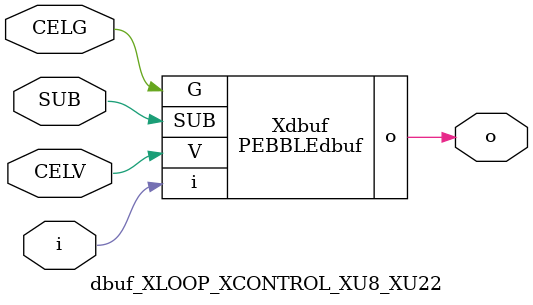
<source format=v>



module PEBBLEdbuf ( o, G, SUB, V, i );

  input V;
  input i;
  input G;
  output o;
  input SUB;
endmodule

//Celera Confidential Do Not Copy dbuf_XLOOP_XCONTROL_XU8_XU22
//Celera Confidential Symbol Generator
//Digital Buffer
module dbuf_XLOOP_XCONTROL_XU8_XU22 (CELV,CELG,i,o,SUB);
input CELV;
input CELG;
input i;
input SUB;
output o;

//Celera Confidential Do Not Copy dbuf
PEBBLEdbuf Xdbuf(
.V (CELV),
.i (i),
.o (o),
.SUB (SUB),
.G (CELG)
);
//,diesize,PEBBLEdbuf

//Celera Confidential Do Not Copy Module End
//Celera Schematic Generator
endmodule

</source>
